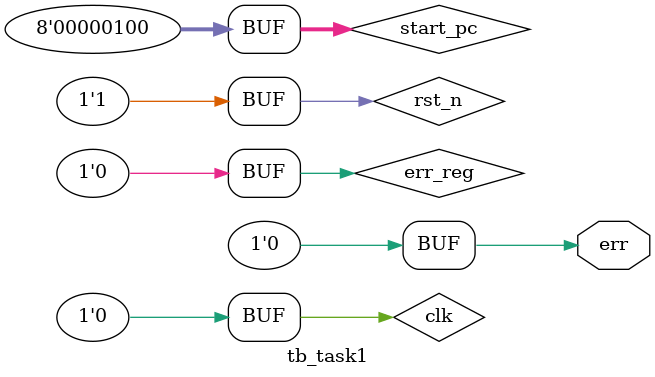
<source format=sv>
module tb_task1(output err);

reg clk;
reg rst_n;
reg [7:0] start_pc;
wire [15:0] out;

task1 testtask1(.clk(clk),
		.rst_n(rst_n),
		.start_pc(start_pc),
		.out(out));

reg err_reg;
assign err = err_reg;


initial begin
err_reg = 1'b0;
rst_n = 1'b0;
clk = 1'b0;
#5;
clk = 1'b1;
#5;
clk = 1'b0;
rst_n = 1'b1;
start_pc = 8'b00000100;
#5;
clk = 1'b1;
#5;
clk = 1'b0;
#5;
clk = 1'b1;
#5;
clk = 1'b0;
#5;
clk = 1'b1;
#5;
clk = 1'b0;
#5;
clk = 1'b1;
#5;
clk = 1'b0;
#5;
clk = 1'b1;
#5;
clk = 1'b0;
#5;
clk = 1'b1;
#5;
clk = 1'b0;
#5;
clk = 1'b1;
#5;
clk = 1'b0;
#5;
clk = 1'b1;
#5;
clk = 1'b0;
#5;
clk = 1'b1;
#5;
clk = 1'b0;
#5;
clk = 1'b1;
#5;
clk = 1'b0;
#5;
clk = 1'b1;
#5;
clk = 1'b0;
#5;
clk = 1'b1;
#5;
clk = 1'b0;
#5;
clk = 1'b1;
#5;
clk = 1'b0;
#5;
clk = 1'b1;
#5;
clk = 1'b0;
#5;
clk = 1'b1;
#5;
clk = 1'b0;
#5;
clk = 1'b1;
#5;
clk = 1'b0;
#5;
clk = 1'b1;
#5;
clk = 1'b0;
#5;
clk = 1'b1;
#5;
clk = 1'b0;
#5;
clk = 1'b1;
#5;
clk = 1'b0;
#5;
clk = 1'b1;
#5;
clk = 1'b0;
#5;
clk = 1'b1;
#5;
clk = 1'b0;
#5;
clk = 1'b1;
#5;
clk = 1'b0;
#5;
clk = 1'b1;
#5;
clk = 1'b0;
#5;
clk = 1'b1;
#5;
clk = 1'b0;
#5;
clk = 1'b1;
#5;
clk = 1'b0;
#5;
clk = 1'b1;
#5;
clk = 1'b0;
#5;
clk = 1'b1;
#5;
clk = 1'b0;
#5;
clk = 1'b1;
#5;
clk = 1'b0;
#5;
clk = 1'b1;
#5;
clk = 1'b0;
#5;
clk = 1'b1;
#5;
clk = 1'b0;
#5;
clk = 1'b1;
#5;
clk = 1'b0;
#5;
clk = 1'b1;
#5;
clk = 1'b0;
#5;
clk = 1'b1;
#5;
clk = 1'b0;
#5;
clk = 1'b1;
#5;
clk = 1'b0;
#5;
clk = 1'b1;
#5;
clk = 1'b0;
#5;
clk = 1'b1;
#5;
clk = 1'b0;
#5;
clk = 1'b1;
#5;
clk = 1'b0;
#5;
clk = 1'b1;
#5;
clk = 1'b0;
#5;
clk = 1'b1;
#5;
clk = 1'b0;
#5;
clk = 1'b1;
#5;
clk = 1'b0;
#5;
clk = 1'b1;
#5;
clk = 1'b0;
#5;
clk = 1'b1;
#5;
clk = 1'b0;
#5;
clk = 1'b1;
#5;
clk = 1'b0;
#5;
clk = 1'b1;
#5;
clk = 1'b0;
#5;
clk = 1'b1;
#5;
clk = 1'b0;
#5;
clk = 1'b1;
#5;
clk = 1'b0;
#5;
clk = 1'b1;
#5;
clk = 1'b0;
#5;
clk = 1'b1;
#5;
clk = 1'b0;
#5;
clk = 1'b1;
#5;
clk = 1'b0;
#5;
clk = 1'b1;
#5;
clk = 1'b0;
#5;
clk = 1'b1;
#5;
clk = 1'b0;
#5;
clk = 1'b1;
#5;
clk = 1'b0;
#5;
clk = 1'b1;
#5;
clk = 1'b0;
#5;
clk = 1'b1;
#5;
clk = 1'b0;
#5;
clk = 1'b1;
#5;
clk = 1'b0;
#5;
clk = 1'b1;
#5;
clk = 1'b0;
#5;
clk = 1'b1;
#5;
clk = 1'b0;
#5;
clk = 1'b1;
#5;
clk = 1'b0;
#5;
clk = 1'b1;
#5;
clk = 1'b0;
#5;
clk = 1'b1;
#5;
clk = 1'b0;
#5;
clk = 1'b1;
#5;
clk = 1'b0;
#5;
clk = 1'b1;
#5;
clk = 1'b0;
#5;
clk = 1'b1;
#5;
clk = 1'b0;
#5;
clk = 1'b1;
#5;
clk = 1'b0;
#5;
clk = 1'b1;
#5;
clk = 1'b0;
#5;
clk = 1'b1;
#5;
clk = 1'b0;
#5;
clk = 1'b1;
#5;
clk = 1'b0;
#5;
clk = 1'b1;
#5;
clk = 1'b0;
#5;
clk = 1'b1;
#5;
clk = 1'b0;
#5;
clk = 1'b1;
#5;
clk = 1'b0;
#5;
clk = 1'b1;
#5;
clk = 1'b0;
#5;
clk = 1'b1;
#5;
clk = 1'b0;
#5;
clk = 1'b1;
#5;
clk = 1'b0;
#5;
clk = 1'b1;
#5;
clk = 1'b0;
#5;
clk = 1'b1;
#5;
clk = 1'b0;
#5;
clk = 1'b1;
#5;
clk = 1'b0;
#5;
clk = 1'b1;
#5;
clk = 1'b0;
#5;
clk = 1'b1;
#5;
clk = 1'b0;
#5;
clk = 1'b1;
#5;
clk = 1'b0;
#5;
clk = 1'b1;
#5;
clk = 1'b0;
#5;
clk = 1'b1;
#5;
clk = 1'b0;
#5;
clk = 1'b1;
#5;
clk = 1'b0;
#5;
clk = 1'b1;
#5;
clk = 1'b0;
#5;
clk = 1'b1;
#5;
clk = 1'b0;
#5;
clk = 1'b1;
#5;
clk = 1'b0;
#5;
clk = 1'b1;
#5;
clk = 1'b0;
#5;
clk = 1'b1;
#5;
clk = 1'b0;
#5;
clk = 1'b1;
#5;
clk = 1'b0;
#5;
clk = 1'b1;
#5;
clk = 1'b0;
#5;
clk = 1'b1;
#5;
clk = 1'b0;
#5;
clk = 1'b1;
#5;
clk = 1'b0;
#5;
clk = 1'b1;
#5;
clk = 1'b0;
#5;
clk = 1'b1;
#5;
clk = 1'b0;
#5;
clk = 1'b1;
#5;
clk = 1'b0;
#5;
clk = 1'b1;
#5;
clk = 1'b0;
#5;
clk = 1'b1;
#5;
clk = 1'b0;
#5;
clk = 1'b1;
#5;
clk = 1'b0;
#5;
clk = 1'b1;
#5;
clk = 1'b0;
#5;
clk = 1'b1;
#5;
clk = 1'b0;
#5;
end


endmodule: tb_task1

</source>
